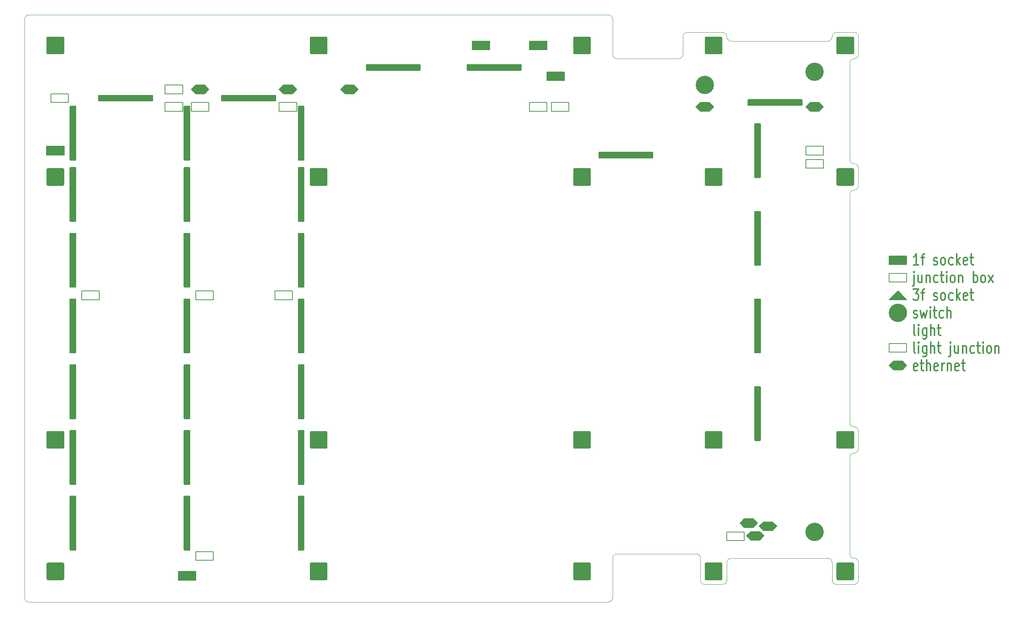
<source format=gbr>
G04 #@! TF.GenerationSoftware,KiCad,Pcbnew,6.0.10+dfsg-1~bpo11+1*
G04 #@! TF.ProjectId,storage,73746f72-6167-4652-9e6b-696361645f70,5.0*
G04 #@! TF.SameCoordinates,Original*
G04 #@! TF.FileFunction,Copper,L6,Bot*
G04 #@! TF.FilePolarity,Positive*
%FSLAX46Y46*%
G04 Gerber Fmt 4.6, Leading zero omitted, Abs format (unit mm)*
%MOMM*%
%LPD*%
G01*
G04 APERTURE LIST*
G04 #@! TA.AperFunction,NonConductor*
%ADD10C,0.150000*%
G04 #@! TD*
G04 #@! TA.AperFunction,NonConductor*
%ADD11C,2.075000*%
G04 #@! TD*
%ADD12C,0.300000*%
G04 #@! TA.AperFunction,NonConductor*
%ADD13C,0.300000*%
G04 #@! TD*
G04 #@! TA.AperFunction,Profile*
%ADD14C,0.120000*%
G04 #@! TD*
G04 APERTURE END LIST*
D10*
X89000000Y-150500000D02*
X93000000Y-150500000D01*
X93000000Y-150500000D02*
X93000000Y-148500000D01*
X93000000Y-148500000D02*
X89000000Y-148500000D01*
X89000000Y-148500000D02*
X89000000Y-150500000D01*
X89000000Y-91000000D02*
X93000000Y-91000000D01*
X93000000Y-91000000D02*
X93000000Y-89000000D01*
X93000000Y-89000000D02*
X89000000Y-89000000D01*
X89000000Y-89000000D02*
X89000000Y-91000000D01*
X108000000Y-48000000D02*
X112000000Y-48000000D01*
X112000000Y-48000000D02*
X112000000Y-46000000D01*
X112000000Y-46000000D02*
X108000000Y-46000000D01*
X108000000Y-46000000D02*
X108000000Y-48000000D01*
X247000000Y-103000000D02*
X251000000Y-103000000D01*
X251000000Y-103000000D02*
X251000000Y-101000000D01*
X251000000Y-101000000D02*
X247000000Y-101000000D01*
X247000000Y-101000000D02*
X247000000Y-103000000D01*
X56000000Y-46000000D02*
X60000000Y-46000000D01*
X60000000Y-46000000D02*
X60000000Y-44000000D01*
X60000000Y-44000000D02*
X56000000Y-44000000D01*
X56000000Y-44000000D02*
X56000000Y-46000000D01*
X152000000Y-32000000D02*
X156000000Y-32000000D01*
X156000000Y-32000000D02*
X156000000Y-34000000D01*
X156000000Y-34000000D02*
X152000000Y-34000000D01*
X152000000Y-34000000D02*
X152000000Y-32000000D01*
G36*
X152000000Y-32000000D02*
G01*
X156000000Y-32000000D01*
X156000000Y-34000000D01*
X152000000Y-34000000D01*
X152000000Y-32000000D01*
G37*
G36*
X112000000Y-43000000D02*
G01*
X111000000Y-44000000D01*
X109000000Y-44000000D01*
X108000000Y-43000000D01*
X109000000Y-42000000D01*
X111000000Y-42000000D01*
X112000000Y-43000000D01*
G37*
X112000000Y-43000000D02*
X111000000Y-44000000D01*
X109000000Y-44000000D01*
X108000000Y-43000000D01*
X109000000Y-42000000D01*
X111000000Y-42000000D01*
X112000000Y-43000000D01*
X170000000Y-48000000D02*
X174000000Y-48000000D01*
X174000000Y-48000000D02*
X174000000Y-46000000D01*
X174000000Y-46000000D02*
X170000000Y-46000000D01*
X170000000Y-46000000D02*
X170000000Y-48000000D01*
X107000000Y-91000000D02*
X111000000Y-91000000D01*
X111000000Y-91000000D02*
X111000000Y-89000000D01*
X111000000Y-89000000D02*
X107000000Y-89000000D01*
X107000000Y-89000000D02*
X107000000Y-91000000D01*
X85000000Y-153000000D02*
X89000000Y-153000000D01*
X89000000Y-153000000D02*
X89000000Y-155000000D01*
X89000000Y-155000000D02*
X85000000Y-155000000D01*
X85000000Y-155000000D02*
X85000000Y-153000000D01*
G36*
X85000000Y-153000000D02*
G01*
X89000000Y-153000000D01*
X89000000Y-155000000D01*
X85000000Y-155000000D01*
X85000000Y-153000000D01*
G37*
X82000000Y-48000000D02*
X86000000Y-48000000D01*
X86000000Y-48000000D02*
X86000000Y-46000000D01*
X86000000Y-46000000D02*
X82000000Y-46000000D01*
X82000000Y-46000000D02*
X82000000Y-48000000D01*
G36*
X251000000Y-106000000D02*
G01*
X250000000Y-107000000D01*
X248000000Y-107000000D01*
X247000000Y-106000000D01*
X248000000Y-105000000D01*
X250000000Y-105000000D01*
X251000000Y-106000000D01*
G37*
X251000000Y-106000000D02*
X250000000Y-107000000D01*
X248000000Y-107000000D01*
X247000000Y-106000000D01*
X248000000Y-105000000D01*
X250000000Y-105000000D01*
X251000000Y-106000000D01*
G36*
X207000000Y-47000000D02*
G01*
X206000000Y-48000000D01*
X204000000Y-48000000D01*
X203000000Y-47000000D01*
X204000000Y-46000000D01*
X206000000Y-46000000D01*
X207000000Y-47000000D01*
G37*
X207000000Y-47000000D02*
X206000000Y-48000000D01*
X204000000Y-48000000D01*
X203000000Y-47000000D01*
X204000000Y-46000000D01*
X206000000Y-46000000D01*
X207000000Y-47000000D01*
X210000000Y-146000000D02*
X214000000Y-146000000D01*
X214000000Y-146000000D02*
X214000000Y-144000000D01*
X214000000Y-144000000D02*
X210000000Y-144000000D01*
X210000000Y-144000000D02*
X210000000Y-146000000D01*
G36*
X126000000Y-43000000D02*
G01*
X125000000Y-44000000D01*
X123000000Y-44000000D01*
X122000000Y-43000000D01*
X123000000Y-42000000D01*
X125000000Y-42000000D01*
X126000000Y-43000000D01*
G37*
X126000000Y-43000000D02*
X125000000Y-44000000D01*
X123000000Y-44000000D01*
X122000000Y-43000000D01*
X123000000Y-42000000D01*
X125000000Y-42000000D01*
X126000000Y-43000000D01*
X169000000Y-39000000D02*
X173000000Y-39000000D01*
X173000000Y-39000000D02*
X173000000Y-41000000D01*
X173000000Y-41000000D02*
X169000000Y-41000000D01*
X169000000Y-41000000D02*
X169000000Y-39000000D01*
G36*
X169000000Y-39000000D02*
G01*
X173000000Y-39000000D01*
X173000000Y-41000000D01*
X169000000Y-41000000D01*
X169000000Y-39000000D01*
G37*
X228000000Y-61000000D02*
X232000000Y-61000000D01*
X232000000Y-61000000D02*
X232000000Y-59000000D01*
X232000000Y-59000000D02*
X228000000Y-59000000D01*
X228000000Y-59000000D02*
X228000000Y-61000000D01*
X63000000Y-91000000D02*
X67000000Y-91000000D01*
X67000000Y-91000000D02*
X67000000Y-89000000D01*
X67000000Y-89000000D02*
X63000000Y-89000000D01*
X63000000Y-89000000D02*
X63000000Y-91000000D01*
G36*
X92000000Y-43000000D02*
G01*
X91000000Y-44000000D01*
X89000000Y-44000000D01*
X88000000Y-43000000D01*
X89000000Y-42000000D01*
X91000000Y-42000000D01*
X92000000Y-43000000D01*
G37*
X92000000Y-43000000D02*
X91000000Y-44000000D01*
X89000000Y-44000000D01*
X88000000Y-43000000D01*
X89000000Y-42000000D01*
X91000000Y-42000000D01*
X92000000Y-43000000D01*
D11*
X250037500Y-94000000D02*
G75*
G03*
X250037500Y-94000000I-1037500J0D01*
G01*
D10*
X228000000Y-58000000D02*
X232000000Y-58000000D01*
X232000000Y-58000000D02*
X232000000Y-56000000D01*
X232000000Y-56000000D02*
X228000000Y-56000000D01*
X228000000Y-56000000D02*
X228000000Y-58000000D01*
G36*
X218500000Y-144900000D02*
G01*
X217500000Y-145900000D01*
X215500000Y-145900000D01*
X214500000Y-144900000D01*
X215500000Y-143900000D01*
X217500000Y-143900000D01*
X218500000Y-144900000D01*
G37*
X218500000Y-144900000D02*
X217500000Y-145900000D01*
X215500000Y-145900000D01*
X214500000Y-144900000D01*
X215500000Y-143900000D01*
X217500000Y-143900000D01*
X218500000Y-144900000D01*
G36*
X232000000Y-47000000D02*
G01*
X231000000Y-48000000D01*
X229000000Y-48000000D01*
X228000000Y-47000000D01*
X229000000Y-46000000D01*
X231000000Y-46000000D01*
X232000000Y-47000000D01*
G37*
X232000000Y-47000000D02*
X231000000Y-48000000D01*
X229000000Y-48000000D01*
X228000000Y-47000000D01*
X229000000Y-46000000D01*
X231000000Y-46000000D01*
X232000000Y-47000000D01*
G36*
X251000000Y-91000000D02*
G01*
X247000000Y-91000000D01*
X249000000Y-89000000D01*
X251000000Y-91000000D01*
G37*
X251000000Y-91000000D02*
X247000000Y-91000000D01*
X249000000Y-89000000D01*
X251000000Y-91000000D01*
X88000000Y-48000000D02*
X92000000Y-48000000D01*
X92000000Y-48000000D02*
X92000000Y-46000000D01*
X92000000Y-46000000D02*
X88000000Y-46000000D01*
X88000000Y-46000000D02*
X88000000Y-48000000D01*
G36*
X221400000Y-142700000D02*
G01*
X220400000Y-143700000D01*
X218400000Y-143700000D01*
X217400000Y-142700000D01*
X218400000Y-141700000D01*
X220400000Y-141700000D01*
X221400000Y-142700000D01*
G37*
X221400000Y-142700000D02*
X220400000Y-143700000D01*
X218400000Y-143700000D01*
X217400000Y-142700000D01*
X218400000Y-141700000D01*
X220400000Y-141700000D01*
X221400000Y-142700000D01*
D11*
X206037500Y-42000000D02*
G75*
G03*
X206037500Y-42000000I-1037500J0D01*
G01*
D10*
X82000000Y-44000000D02*
X86000000Y-44000000D01*
X86000000Y-44000000D02*
X86000000Y-42000000D01*
X86000000Y-42000000D02*
X82000000Y-42000000D01*
X82000000Y-42000000D02*
X82000000Y-44000000D01*
G36*
X217000000Y-142000000D02*
G01*
X216000000Y-143000000D01*
X214000000Y-143000000D01*
X213000000Y-142000000D01*
X214000000Y-141000000D01*
X216000000Y-141000000D01*
X217000000Y-142000000D01*
G37*
X217000000Y-142000000D02*
X216000000Y-143000000D01*
X214000000Y-143000000D01*
X213000000Y-142000000D01*
X214000000Y-141000000D01*
X216000000Y-141000000D01*
X217000000Y-142000000D01*
X247000000Y-81000000D02*
X251000000Y-81000000D01*
X251000000Y-81000000D02*
X251000000Y-83000000D01*
X251000000Y-83000000D02*
X247000000Y-83000000D01*
X247000000Y-83000000D02*
X247000000Y-81000000D01*
G36*
X247000000Y-81000000D02*
G01*
X251000000Y-81000000D01*
X251000000Y-83000000D01*
X247000000Y-83000000D01*
X247000000Y-81000000D01*
G37*
X165000000Y-48000000D02*
X169000000Y-48000000D01*
X169000000Y-48000000D02*
X169000000Y-46000000D01*
X169000000Y-46000000D02*
X165000000Y-46000000D01*
X165000000Y-46000000D02*
X165000000Y-48000000D01*
D11*
X231037500Y-39000000D02*
G75*
G03*
X231037500Y-39000000I-1037500J0D01*
G01*
X231037500Y-144000000D02*
G75*
G03*
X231037500Y-144000000I-1037500J0D01*
G01*
D10*
X55000000Y-56000000D02*
X59000000Y-56000000D01*
X59000000Y-56000000D02*
X59000000Y-58000000D01*
X59000000Y-58000000D02*
X55000000Y-58000000D01*
X55000000Y-58000000D02*
X55000000Y-56000000D01*
G36*
X55000000Y-56000000D02*
G01*
X59000000Y-56000000D01*
X59000000Y-58000000D01*
X55000000Y-58000000D01*
X55000000Y-56000000D01*
G37*
X165000000Y-32000000D02*
X169000000Y-32000000D01*
X169000000Y-32000000D02*
X169000000Y-34000000D01*
X169000000Y-34000000D02*
X165000000Y-34000000D01*
X165000000Y-34000000D02*
X165000000Y-32000000D01*
G36*
X165000000Y-32000000D02*
G01*
X169000000Y-32000000D01*
X169000000Y-34000000D01*
X165000000Y-34000000D01*
X165000000Y-32000000D01*
G37*
X247000000Y-87000000D02*
X251000000Y-87000000D01*
X251000000Y-87000000D02*
X251000000Y-85000000D01*
X251000000Y-85000000D02*
X247000000Y-85000000D01*
X247000000Y-85000000D02*
X247000000Y-87000000D01*
D12*
D13*
X253718809Y-83055952D02*
X252575952Y-83055952D01*
X253147380Y-83055952D02*
X253147380Y-80555952D01*
X252956904Y-80913095D01*
X252766428Y-81151190D01*
X252575952Y-81270238D01*
X254290238Y-81389285D02*
X255052142Y-81389285D01*
X254575952Y-83055952D02*
X254575952Y-80913095D01*
X254671190Y-80675000D01*
X254861666Y-80555952D01*
X255052142Y-80555952D01*
X257147380Y-82936904D02*
X257337857Y-83055952D01*
X257718809Y-83055952D01*
X257909285Y-82936904D01*
X258004523Y-82698809D01*
X258004523Y-82579761D01*
X257909285Y-82341666D01*
X257718809Y-82222619D01*
X257433095Y-82222619D01*
X257242619Y-82103571D01*
X257147380Y-81865476D01*
X257147380Y-81746428D01*
X257242619Y-81508333D01*
X257433095Y-81389285D01*
X257718809Y-81389285D01*
X257909285Y-81508333D01*
X259147380Y-83055952D02*
X258956904Y-82936904D01*
X258861666Y-82817857D01*
X258766428Y-82579761D01*
X258766428Y-81865476D01*
X258861666Y-81627380D01*
X258956904Y-81508333D01*
X259147380Y-81389285D01*
X259433095Y-81389285D01*
X259623571Y-81508333D01*
X259718809Y-81627380D01*
X259814047Y-81865476D01*
X259814047Y-82579761D01*
X259718809Y-82817857D01*
X259623571Y-82936904D01*
X259433095Y-83055952D01*
X259147380Y-83055952D01*
X261528333Y-82936904D02*
X261337857Y-83055952D01*
X260956904Y-83055952D01*
X260766428Y-82936904D01*
X260671190Y-82817857D01*
X260575952Y-82579761D01*
X260575952Y-81865476D01*
X260671190Y-81627380D01*
X260766428Y-81508333D01*
X260956904Y-81389285D01*
X261337857Y-81389285D01*
X261528333Y-81508333D01*
X262385476Y-83055952D02*
X262385476Y-80555952D01*
X262575952Y-82103571D02*
X263147380Y-83055952D01*
X263147380Y-81389285D02*
X262385476Y-82341666D01*
X264766428Y-82936904D02*
X264575952Y-83055952D01*
X264195000Y-83055952D01*
X264004523Y-82936904D01*
X263909285Y-82698809D01*
X263909285Y-81746428D01*
X264004523Y-81508333D01*
X264195000Y-81389285D01*
X264575952Y-81389285D01*
X264766428Y-81508333D01*
X264861666Y-81746428D01*
X264861666Y-81984523D01*
X263909285Y-82222619D01*
X265433095Y-81389285D02*
X266195000Y-81389285D01*
X265718809Y-80555952D02*
X265718809Y-82698809D01*
X265814047Y-82936904D01*
X266004523Y-83055952D01*
X266195000Y-83055952D01*
X252671190Y-85414285D02*
X252671190Y-87557142D01*
X252575952Y-87795238D01*
X252385476Y-87914285D01*
X252290238Y-87914285D01*
X252671190Y-84580952D02*
X252575952Y-84700000D01*
X252671190Y-84819047D01*
X252766428Y-84700000D01*
X252671190Y-84580952D01*
X252671190Y-84819047D01*
X254480714Y-85414285D02*
X254480714Y-87080952D01*
X253623571Y-85414285D02*
X253623571Y-86723809D01*
X253718809Y-86961904D01*
X253909285Y-87080952D01*
X254195000Y-87080952D01*
X254385476Y-86961904D01*
X254480714Y-86842857D01*
X255433095Y-85414285D02*
X255433095Y-87080952D01*
X255433095Y-85652380D02*
X255528333Y-85533333D01*
X255718809Y-85414285D01*
X256004523Y-85414285D01*
X256195000Y-85533333D01*
X256290238Y-85771428D01*
X256290238Y-87080952D01*
X258099761Y-86961904D02*
X257909285Y-87080952D01*
X257528333Y-87080952D01*
X257337857Y-86961904D01*
X257242619Y-86842857D01*
X257147380Y-86604761D01*
X257147380Y-85890476D01*
X257242619Y-85652380D01*
X257337857Y-85533333D01*
X257528333Y-85414285D01*
X257909285Y-85414285D01*
X258099761Y-85533333D01*
X258671190Y-85414285D02*
X259433095Y-85414285D01*
X258956904Y-84580952D02*
X258956904Y-86723809D01*
X259052142Y-86961904D01*
X259242619Y-87080952D01*
X259433095Y-87080952D01*
X260099761Y-87080952D02*
X260099761Y-85414285D01*
X260099761Y-84580952D02*
X260004523Y-84700000D01*
X260099761Y-84819047D01*
X260195000Y-84700000D01*
X260099761Y-84580952D01*
X260099761Y-84819047D01*
X261337857Y-87080952D02*
X261147380Y-86961904D01*
X261052142Y-86842857D01*
X260956904Y-86604761D01*
X260956904Y-85890476D01*
X261052142Y-85652380D01*
X261147380Y-85533333D01*
X261337857Y-85414285D01*
X261623571Y-85414285D01*
X261814047Y-85533333D01*
X261909285Y-85652380D01*
X262004523Y-85890476D01*
X262004523Y-86604761D01*
X261909285Y-86842857D01*
X261814047Y-86961904D01*
X261623571Y-87080952D01*
X261337857Y-87080952D01*
X262861666Y-85414285D02*
X262861666Y-87080952D01*
X262861666Y-85652380D02*
X262956904Y-85533333D01*
X263147380Y-85414285D01*
X263433095Y-85414285D01*
X263623571Y-85533333D01*
X263718809Y-85771428D01*
X263718809Y-87080952D01*
X266195000Y-87080952D02*
X266195000Y-84580952D01*
X266195000Y-85533333D02*
X266385476Y-85414285D01*
X266766428Y-85414285D01*
X266956904Y-85533333D01*
X267052142Y-85652380D01*
X267147380Y-85890476D01*
X267147380Y-86604761D01*
X267052142Y-86842857D01*
X266956904Y-86961904D01*
X266766428Y-87080952D01*
X266385476Y-87080952D01*
X266195000Y-86961904D01*
X268290238Y-87080952D02*
X268099761Y-86961904D01*
X268004523Y-86842857D01*
X267909285Y-86604761D01*
X267909285Y-85890476D01*
X268004523Y-85652380D01*
X268099761Y-85533333D01*
X268290238Y-85414285D01*
X268575952Y-85414285D01*
X268766428Y-85533333D01*
X268861666Y-85652380D01*
X268956904Y-85890476D01*
X268956904Y-86604761D01*
X268861666Y-86842857D01*
X268766428Y-86961904D01*
X268575952Y-87080952D01*
X268290238Y-87080952D01*
X269623571Y-87080952D02*
X270671190Y-85414285D01*
X269623571Y-85414285D02*
X270671190Y-87080952D01*
X252480714Y-88605952D02*
X253718809Y-88605952D01*
X253052142Y-89558333D01*
X253337857Y-89558333D01*
X253528333Y-89677380D01*
X253623571Y-89796428D01*
X253718809Y-90034523D01*
X253718809Y-90629761D01*
X253623571Y-90867857D01*
X253528333Y-90986904D01*
X253337857Y-91105952D01*
X252766428Y-91105952D01*
X252575952Y-90986904D01*
X252480714Y-90867857D01*
X254290238Y-89439285D02*
X255052142Y-89439285D01*
X254575952Y-91105952D02*
X254575952Y-88963095D01*
X254671190Y-88725000D01*
X254861666Y-88605952D01*
X255052142Y-88605952D01*
X257147380Y-90986904D02*
X257337857Y-91105952D01*
X257718809Y-91105952D01*
X257909285Y-90986904D01*
X258004523Y-90748809D01*
X258004523Y-90629761D01*
X257909285Y-90391666D01*
X257718809Y-90272619D01*
X257433095Y-90272619D01*
X257242619Y-90153571D01*
X257147380Y-89915476D01*
X257147380Y-89796428D01*
X257242619Y-89558333D01*
X257433095Y-89439285D01*
X257718809Y-89439285D01*
X257909285Y-89558333D01*
X259147380Y-91105952D02*
X258956904Y-90986904D01*
X258861666Y-90867857D01*
X258766428Y-90629761D01*
X258766428Y-89915476D01*
X258861666Y-89677380D01*
X258956904Y-89558333D01*
X259147380Y-89439285D01*
X259433095Y-89439285D01*
X259623571Y-89558333D01*
X259718809Y-89677380D01*
X259814047Y-89915476D01*
X259814047Y-90629761D01*
X259718809Y-90867857D01*
X259623571Y-90986904D01*
X259433095Y-91105952D01*
X259147380Y-91105952D01*
X261528333Y-90986904D02*
X261337857Y-91105952D01*
X260956904Y-91105952D01*
X260766428Y-90986904D01*
X260671190Y-90867857D01*
X260575952Y-90629761D01*
X260575952Y-89915476D01*
X260671190Y-89677380D01*
X260766428Y-89558333D01*
X260956904Y-89439285D01*
X261337857Y-89439285D01*
X261528333Y-89558333D01*
X262385476Y-91105952D02*
X262385476Y-88605952D01*
X262575952Y-90153571D02*
X263147380Y-91105952D01*
X263147380Y-89439285D02*
X262385476Y-90391666D01*
X264766428Y-90986904D02*
X264575952Y-91105952D01*
X264195000Y-91105952D01*
X264004523Y-90986904D01*
X263909285Y-90748809D01*
X263909285Y-89796428D01*
X264004523Y-89558333D01*
X264195000Y-89439285D01*
X264575952Y-89439285D01*
X264766428Y-89558333D01*
X264861666Y-89796428D01*
X264861666Y-90034523D01*
X263909285Y-90272619D01*
X265433095Y-89439285D02*
X266195000Y-89439285D01*
X265718809Y-88605952D02*
X265718809Y-90748809D01*
X265814047Y-90986904D01*
X266004523Y-91105952D01*
X266195000Y-91105952D01*
X252575952Y-95011904D02*
X252766428Y-95130952D01*
X253147380Y-95130952D01*
X253337857Y-95011904D01*
X253433095Y-94773809D01*
X253433095Y-94654761D01*
X253337857Y-94416666D01*
X253147380Y-94297619D01*
X252861666Y-94297619D01*
X252671190Y-94178571D01*
X252575952Y-93940476D01*
X252575952Y-93821428D01*
X252671190Y-93583333D01*
X252861666Y-93464285D01*
X253147380Y-93464285D01*
X253337857Y-93583333D01*
X254099761Y-93464285D02*
X254480714Y-95130952D01*
X254861666Y-93940476D01*
X255242619Y-95130952D01*
X255623571Y-93464285D01*
X256385476Y-95130952D02*
X256385476Y-93464285D01*
X256385476Y-92630952D02*
X256290238Y-92750000D01*
X256385476Y-92869047D01*
X256480714Y-92750000D01*
X256385476Y-92630952D01*
X256385476Y-92869047D01*
X257052142Y-93464285D02*
X257814047Y-93464285D01*
X257337857Y-92630952D02*
X257337857Y-94773809D01*
X257433095Y-95011904D01*
X257623571Y-95130952D01*
X257814047Y-95130952D01*
X259337857Y-95011904D02*
X259147380Y-95130952D01*
X258766428Y-95130952D01*
X258575952Y-95011904D01*
X258480714Y-94892857D01*
X258385476Y-94654761D01*
X258385476Y-93940476D01*
X258480714Y-93702380D01*
X258575952Y-93583333D01*
X258766428Y-93464285D01*
X259147380Y-93464285D01*
X259337857Y-93583333D01*
X260195000Y-95130952D02*
X260195000Y-92630952D01*
X261052142Y-95130952D02*
X261052142Y-93821428D01*
X260956904Y-93583333D01*
X260766428Y-93464285D01*
X260480714Y-93464285D01*
X260290238Y-93583333D01*
X260195000Y-93702380D01*
X252956904Y-99155952D02*
X252766428Y-99036904D01*
X252671190Y-98798809D01*
X252671190Y-96655952D01*
X253718809Y-99155952D02*
X253718809Y-97489285D01*
X253718809Y-96655952D02*
X253623571Y-96775000D01*
X253718809Y-96894047D01*
X253814047Y-96775000D01*
X253718809Y-96655952D01*
X253718809Y-96894047D01*
X255528333Y-97489285D02*
X255528333Y-99513095D01*
X255433095Y-99751190D01*
X255337857Y-99870238D01*
X255147380Y-99989285D01*
X254861666Y-99989285D01*
X254671190Y-99870238D01*
X255528333Y-99036904D02*
X255337857Y-99155952D01*
X254956904Y-99155952D01*
X254766428Y-99036904D01*
X254671190Y-98917857D01*
X254575952Y-98679761D01*
X254575952Y-97965476D01*
X254671190Y-97727380D01*
X254766428Y-97608333D01*
X254956904Y-97489285D01*
X255337857Y-97489285D01*
X255528333Y-97608333D01*
X256480714Y-99155952D02*
X256480714Y-96655952D01*
X257337857Y-99155952D02*
X257337857Y-97846428D01*
X257242619Y-97608333D01*
X257052142Y-97489285D01*
X256766428Y-97489285D01*
X256575952Y-97608333D01*
X256480714Y-97727380D01*
X258004523Y-97489285D02*
X258766428Y-97489285D01*
X258290238Y-96655952D02*
X258290238Y-98798809D01*
X258385476Y-99036904D01*
X258575952Y-99155952D01*
X258766428Y-99155952D01*
X252956904Y-103180952D02*
X252766428Y-103061904D01*
X252671190Y-102823809D01*
X252671190Y-100680952D01*
X253718809Y-103180952D02*
X253718809Y-101514285D01*
X253718809Y-100680952D02*
X253623571Y-100800000D01*
X253718809Y-100919047D01*
X253814047Y-100800000D01*
X253718809Y-100680952D01*
X253718809Y-100919047D01*
X255528333Y-101514285D02*
X255528333Y-103538095D01*
X255433095Y-103776190D01*
X255337857Y-103895238D01*
X255147380Y-104014285D01*
X254861666Y-104014285D01*
X254671190Y-103895238D01*
X255528333Y-103061904D02*
X255337857Y-103180952D01*
X254956904Y-103180952D01*
X254766428Y-103061904D01*
X254671190Y-102942857D01*
X254575952Y-102704761D01*
X254575952Y-101990476D01*
X254671190Y-101752380D01*
X254766428Y-101633333D01*
X254956904Y-101514285D01*
X255337857Y-101514285D01*
X255528333Y-101633333D01*
X256480714Y-103180952D02*
X256480714Y-100680952D01*
X257337857Y-103180952D02*
X257337857Y-101871428D01*
X257242619Y-101633333D01*
X257052142Y-101514285D01*
X256766428Y-101514285D01*
X256575952Y-101633333D01*
X256480714Y-101752380D01*
X258004523Y-101514285D02*
X258766428Y-101514285D01*
X258290238Y-100680952D02*
X258290238Y-102823809D01*
X258385476Y-103061904D01*
X258575952Y-103180952D01*
X258766428Y-103180952D01*
X260956904Y-101514285D02*
X260956904Y-103657142D01*
X260861666Y-103895238D01*
X260671190Y-104014285D01*
X260575952Y-104014285D01*
X260956904Y-100680952D02*
X260861666Y-100800000D01*
X260956904Y-100919047D01*
X261052142Y-100800000D01*
X260956904Y-100680952D01*
X260956904Y-100919047D01*
X262766428Y-101514285D02*
X262766428Y-103180952D01*
X261909285Y-101514285D02*
X261909285Y-102823809D01*
X262004523Y-103061904D01*
X262195000Y-103180952D01*
X262480714Y-103180952D01*
X262671190Y-103061904D01*
X262766428Y-102942857D01*
X263718809Y-101514285D02*
X263718809Y-103180952D01*
X263718809Y-101752380D02*
X263814047Y-101633333D01*
X264004523Y-101514285D01*
X264290238Y-101514285D01*
X264480714Y-101633333D01*
X264575952Y-101871428D01*
X264575952Y-103180952D01*
X266385476Y-103061904D02*
X266195000Y-103180952D01*
X265814047Y-103180952D01*
X265623571Y-103061904D01*
X265528333Y-102942857D01*
X265433095Y-102704761D01*
X265433095Y-101990476D01*
X265528333Y-101752380D01*
X265623571Y-101633333D01*
X265814047Y-101514285D01*
X266195000Y-101514285D01*
X266385476Y-101633333D01*
X266956904Y-101514285D02*
X267718809Y-101514285D01*
X267242619Y-100680952D02*
X267242619Y-102823809D01*
X267337857Y-103061904D01*
X267528333Y-103180952D01*
X267718809Y-103180952D01*
X268385476Y-103180952D02*
X268385476Y-101514285D01*
X268385476Y-100680952D02*
X268290238Y-100800000D01*
X268385476Y-100919047D01*
X268480714Y-100800000D01*
X268385476Y-100680952D01*
X268385476Y-100919047D01*
X269623571Y-103180952D02*
X269433095Y-103061904D01*
X269337857Y-102942857D01*
X269242619Y-102704761D01*
X269242619Y-101990476D01*
X269337857Y-101752380D01*
X269433095Y-101633333D01*
X269623571Y-101514285D01*
X269909285Y-101514285D01*
X270099761Y-101633333D01*
X270195000Y-101752380D01*
X270290238Y-101990476D01*
X270290238Y-102704761D01*
X270195000Y-102942857D01*
X270099761Y-103061904D01*
X269909285Y-103180952D01*
X269623571Y-103180952D01*
X271147380Y-101514285D02*
X271147380Y-103180952D01*
X271147380Y-101752380D02*
X271242619Y-101633333D01*
X271433095Y-101514285D01*
X271718809Y-101514285D01*
X271909285Y-101633333D01*
X272004523Y-101871428D01*
X272004523Y-103180952D01*
X253433095Y-107086904D02*
X253242619Y-107205952D01*
X252861666Y-107205952D01*
X252671190Y-107086904D01*
X252575952Y-106848809D01*
X252575952Y-105896428D01*
X252671190Y-105658333D01*
X252861666Y-105539285D01*
X253242619Y-105539285D01*
X253433095Y-105658333D01*
X253528333Y-105896428D01*
X253528333Y-106134523D01*
X252575952Y-106372619D01*
X254099761Y-105539285D02*
X254861666Y-105539285D01*
X254385476Y-104705952D02*
X254385476Y-106848809D01*
X254480714Y-107086904D01*
X254671190Y-107205952D01*
X254861666Y-107205952D01*
X255528333Y-107205952D02*
X255528333Y-104705952D01*
X256385476Y-107205952D02*
X256385476Y-105896428D01*
X256290238Y-105658333D01*
X256099761Y-105539285D01*
X255814047Y-105539285D01*
X255623571Y-105658333D01*
X255528333Y-105777380D01*
X258099761Y-107086904D02*
X257909285Y-107205952D01*
X257528333Y-107205952D01*
X257337857Y-107086904D01*
X257242619Y-106848809D01*
X257242619Y-105896428D01*
X257337857Y-105658333D01*
X257528333Y-105539285D01*
X257909285Y-105539285D01*
X258099761Y-105658333D01*
X258195000Y-105896428D01*
X258195000Y-106134523D01*
X257242619Y-106372619D01*
X259052142Y-107205952D02*
X259052142Y-105539285D01*
X259052142Y-106015476D02*
X259147380Y-105777380D01*
X259242619Y-105658333D01*
X259433095Y-105539285D01*
X259623571Y-105539285D01*
X260290238Y-105539285D02*
X260290238Y-107205952D01*
X260290238Y-105777380D02*
X260385476Y-105658333D01*
X260575952Y-105539285D01*
X260861666Y-105539285D01*
X261052142Y-105658333D01*
X261147380Y-105896428D01*
X261147380Y-107205952D01*
X262861666Y-107086904D02*
X262671190Y-107205952D01*
X262290238Y-107205952D01*
X262099761Y-107086904D01*
X262004523Y-106848809D01*
X262004523Y-105896428D01*
X262099761Y-105658333D01*
X262290238Y-105539285D01*
X262671190Y-105539285D01*
X262861666Y-105658333D01*
X262956904Y-105896428D01*
X262956904Y-106134523D01*
X262004523Y-106372619D01*
X263528333Y-105539285D02*
X264290238Y-105539285D01*
X263814047Y-104705952D02*
X263814047Y-106848809D01*
X263909285Y-107086904D01*
X264099761Y-107205952D01*
X264290238Y-107205952D01*
D14*
X203000000Y-149000000D02*
X185000000Y-149000000D01*
X240000000Y-151000000D02*
X240000000Y-155000000D01*
X210000000Y-151000000D02*
X210000000Y-155000000D01*
X209000000Y-156000000D02*
X205000000Y-156000000D01*
X240000000Y-121000000D02*
X240000000Y-125000000D01*
X201000000Y-30000000D02*
X209000000Y-30000000D01*
X185000000Y-36000000D02*
X199000000Y-36000000D01*
X233000000Y-150000000D02*
X211000000Y-150000000D01*
X240000000Y-31000000D02*
X240000000Y-35000000D01*
X239000000Y-156000000D02*
X235000000Y-156000000D01*
X238000000Y-67000000D02*
X238000000Y-119000000D01*
X184000000Y-150000000D02*
X184000000Y-159000000D01*
X200000000Y-35000000D02*
X200000000Y-31000000D01*
X183000000Y-160000000D02*
X51000000Y-160000000D01*
X234000000Y-155000000D02*
X234000000Y-151000000D01*
X204000000Y-155000000D02*
X204000000Y-150000000D01*
X51000000Y-26000000D02*
X183000000Y-26000000D01*
X184000000Y-27000000D02*
X184000000Y-35000000D01*
X235000000Y-30000000D02*
X239000000Y-30000000D01*
X211000000Y-32000000D02*
X233000000Y-32000000D01*
X238000000Y-127000000D02*
X238000000Y-149000000D01*
X238000000Y-37000000D02*
X238000000Y-59000000D01*
X240000000Y-61000000D02*
X240000000Y-65000000D01*
X50000000Y-159000000D02*
X50000000Y-27000000D01*
X239000000Y-36000000D02*
G75*
G03*
X240000000Y-35000000I0J1000000D01*
G01*
X211000000Y-150000000D02*
G75*
G03*
X210000000Y-151000000I0J-1000000D01*
G01*
X204000000Y-155000000D02*
G75*
G03*
X205000000Y-156000000I1000000J0D01*
G01*
X184000000Y-27000000D02*
G75*
G03*
X183000000Y-26000000I-1000000J0D01*
G01*
X240000000Y-121000000D02*
G75*
G03*
X239000000Y-120000000I-1000000J0D01*
G01*
X238000000Y-59000000D02*
G75*
G03*
X239000000Y-60000000I1000000J0D01*
G01*
X239000000Y-36000000D02*
G75*
G03*
X238000000Y-37000000I0J-1000000D01*
G01*
X239000000Y-126000000D02*
G75*
G03*
X240000000Y-125000000I0J1000000D01*
G01*
X240000000Y-61000000D02*
G75*
G03*
X239000000Y-60000000I-1000000J0D01*
G01*
X199000000Y-36000000D02*
G75*
G03*
X200000000Y-35000000I0J1000000D01*
G01*
X233000000Y-32000000D02*
G75*
G03*
X234000000Y-31000000I0J1000000D01*
G01*
X210000000Y-31000000D02*
G75*
G03*
X209000000Y-30000000I-1000000J0D01*
G01*
X210000000Y-31000000D02*
G75*
G03*
X211000000Y-32000000I1000000J0D01*
G01*
X185000000Y-149000000D02*
G75*
G03*
X184000000Y-150000000I0J-1000000D01*
G01*
X238000000Y-149000000D02*
G75*
G03*
X239000000Y-150000000I1000000J0D01*
G01*
X201000000Y-30000000D02*
G75*
G03*
X200000000Y-31000000I0J-1000000D01*
G01*
X234000000Y-155000000D02*
G75*
G03*
X235000000Y-156000000I1000000J0D01*
G01*
X239000000Y-156000000D02*
G75*
G03*
X240000000Y-155000000I0J1000000D01*
G01*
X238000000Y-119000000D02*
G75*
G03*
X239000000Y-120000000I1000000J0D01*
G01*
X239000000Y-126000000D02*
G75*
G03*
X238000000Y-127000000I0J-1000000D01*
G01*
X240000000Y-31000000D02*
G75*
G03*
X239000000Y-30000000I-1000000J0D01*
G01*
X204000000Y-150000000D02*
G75*
G03*
X203000000Y-149000000I-1000000J0D01*
G01*
X50000000Y-159000000D02*
G75*
G03*
X51000000Y-160000000I999999J-1D01*
G01*
X234000000Y-151000000D02*
G75*
G03*
X233000000Y-150000000I-1000000J0D01*
G01*
X209000000Y-156000000D02*
G75*
G03*
X210000000Y-155000000I0J1000000D01*
G01*
X51000000Y-26000000D02*
G75*
G03*
X50000000Y-27000000I-1J-999999D01*
G01*
X239000000Y-66000000D02*
G75*
G03*
X240000000Y-65000000I0J1000000D01*
G01*
X184000000Y-35000000D02*
G75*
G03*
X185000000Y-36000000I1000000J0D01*
G01*
X235000000Y-30000000D02*
G75*
G03*
X234000000Y-31000000I0J-1000000D01*
G01*
X239000000Y-66000000D02*
G75*
G03*
X238000000Y-67000000I0J-1000000D01*
G01*
X183000000Y-160000000D02*
G75*
G03*
X184000000Y-159000000I0J1000000D01*
G01*
X240000000Y-151000000D02*
G75*
G03*
X239000000Y-150000000I-1000000J0D01*
G01*
G04 #@! TA.AperFunction,ComponentPad*
G36*
G01*
X235000000Y-64800000D02*
X235000000Y-61200000D01*
G75*
G02*
X235200000Y-61000000I200000J0D01*
G01*
X238800000Y-61000000D01*
G75*
G02*
X239000000Y-61200000I0J-200000D01*
G01*
X239000000Y-64800000D01*
G75*
G02*
X238800000Y-65000000I-200000J0D01*
G01*
X235200000Y-65000000D01*
G75*
G02*
X235000000Y-64800000I0J200000D01*
G01*
G37*
G04 #@! TD.AperFunction*
G04 #@! TA.AperFunction,ComponentPad*
G36*
G01*
X205000000Y-34800000D02*
X205000000Y-31200000D01*
G75*
G02*
X205200000Y-31000000I200000J0D01*
G01*
X208800000Y-31000000D01*
G75*
G02*
X209000000Y-31200000I0J-200000D01*
G01*
X209000000Y-34800000D01*
G75*
G02*
X208800000Y-35000000I-200000J0D01*
G01*
X205200000Y-35000000D01*
G75*
G02*
X205000000Y-34800000I0J200000D01*
G01*
G37*
G04 #@! TD.AperFunction*
G04 #@! TA.AperFunction,ComponentPad*
G36*
G01*
X55000000Y-154800000D02*
X55000000Y-151200000D01*
G75*
G02*
X55200000Y-151000000I200000J0D01*
G01*
X58800000Y-151000000D01*
G75*
G02*
X59000000Y-151200000I0J-200000D01*
G01*
X59000000Y-154800000D01*
G75*
G02*
X58800000Y-155000000I-200000J0D01*
G01*
X55200000Y-155000000D01*
G75*
G02*
X55000000Y-154800000I0J200000D01*
G01*
G37*
G04 #@! TD.AperFunction*
G04 #@! TA.AperFunction,ComponentPad*
G36*
G01*
X205000000Y-124800000D02*
X205000000Y-121200000D01*
G75*
G02*
X205200000Y-121000000I200000J0D01*
G01*
X208800000Y-121000000D01*
G75*
G02*
X209000000Y-121200000I0J-200000D01*
G01*
X209000000Y-124800000D01*
G75*
G02*
X208800000Y-125000000I-200000J0D01*
G01*
X205200000Y-125000000D01*
G75*
G02*
X205000000Y-124800000I0J200000D01*
G01*
G37*
G04 #@! TD.AperFunction*
G04 #@! TA.AperFunction,ComponentPad*
G36*
G01*
X235000000Y-154800000D02*
X235000000Y-151200000D01*
G75*
G02*
X235200000Y-151000000I200000J0D01*
G01*
X238800000Y-151000000D01*
G75*
G02*
X239000000Y-151200000I0J-200000D01*
G01*
X239000000Y-154800000D01*
G75*
G02*
X238800000Y-155000000I-200000J0D01*
G01*
X235200000Y-155000000D01*
G75*
G02*
X235000000Y-154800000I0J200000D01*
G01*
G37*
G04 #@! TD.AperFunction*
G04 #@! TA.AperFunction,ComponentPad*
G36*
G01*
X55000000Y-64800000D02*
X55000000Y-61200000D01*
G75*
G02*
X55200000Y-61000000I200000J0D01*
G01*
X58800000Y-61000000D01*
G75*
G02*
X59000000Y-61200000I0J-200000D01*
G01*
X59000000Y-64800000D01*
G75*
G02*
X58800000Y-65000000I-200000J0D01*
G01*
X55200000Y-65000000D01*
G75*
G02*
X55000000Y-64800000I0J200000D01*
G01*
G37*
G04 #@! TD.AperFunction*
G04 #@! TA.AperFunction,ComponentPad*
G36*
G01*
X115000000Y-154800000D02*
X115000000Y-151200000D01*
G75*
G02*
X115200000Y-151000000I200000J0D01*
G01*
X118800000Y-151000000D01*
G75*
G02*
X119000000Y-151200000I0J-200000D01*
G01*
X119000000Y-154800000D01*
G75*
G02*
X118800000Y-155000000I-200000J0D01*
G01*
X115200000Y-155000000D01*
G75*
G02*
X115000000Y-154800000I0J200000D01*
G01*
G37*
G04 #@! TD.AperFunction*
G04 #@! TA.AperFunction,ComponentPad*
G36*
G01*
X205000000Y-154800000D02*
X205000000Y-151200000D01*
G75*
G02*
X205200000Y-151000000I200000J0D01*
G01*
X208800000Y-151000000D01*
G75*
G02*
X209000000Y-151200000I0J-200000D01*
G01*
X209000000Y-154800000D01*
G75*
G02*
X208800000Y-155000000I-200000J0D01*
G01*
X205200000Y-155000000D01*
G75*
G02*
X205000000Y-154800000I0J200000D01*
G01*
G37*
G04 #@! TD.AperFunction*
G04 #@! TA.AperFunction,ComponentPad*
G36*
G01*
X175000000Y-154800000D02*
X175000000Y-151200000D01*
G75*
G02*
X175200000Y-151000000I200000J0D01*
G01*
X178800000Y-151000000D01*
G75*
G02*
X179000000Y-151200000I0J-200000D01*
G01*
X179000000Y-154800000D01*
G75*
G02*
X178800000Y-155000000I-200000J0D01*
G01*
X175200000Y-155000000D01*
G75*
G02*
X175000000Y-154800000I0J200000D01*
G01*
G37*
G04 #@! TD.AperFunction*
G04 #@! TA.AperFunction,ComponentPad*
G36*
G01*
X235000000Y-34800000D02*
X235000000Y-31200000D01*
G75*
G02*
X235200000Y-31000000I200000J0D01*
G01*
X238800000Y-31000000D01*
G75*
G02*
X239000000Y-31200000I0J-200000D01*
G01*
X239000000Y-34800000D01*
G75*
G02*
X238800000Y-35000000I-200000J0D01*
G01*
X235200000Y-35000000D01*
G75*
G02*
X235000000Y-34800000I0J200000D01*
G01*
G37*
G04 #@! TD.AperFunction*
G04 #@! TA.AperFunction,ComponentPad*
G36*
G01*
X55000000Y-124800000D02*
X55000000Y-121200000D01*
G75*
G02*
X55200000Y-121000000I200000J0D01*
G01*
X58800000Y-121000000D01*
G75*
G02*
X59000000Y-121200000I0J-200000D01*
G01*
X59000000Y-124800000D01*
G75*
G02*
X58800000Y-125000000I-200000J0D01*
G01*
X55200000Y-125000000D01*
G75*
G02*
X55000000Y-124800000I0J200000D01*
G01*
G37*
G04 #@! TD.AperFunction*
G04 #@! TA.AperFunction,ComponentPad*
G36*
G01*
X115000000Y-34800000D02*
X115000000Y-31200000D01*
G75*
G02*
X115200000Y-31000000I200000J0D01*
G01*
X118800000Y-31000000D01*
G75*
G02*
X119000000Y-31200000I0J-200000D01*
G01*
X119000000Y-34800000D01*
G75*
G02*
X118800000Y-35000000I-200000J0D01*
G01*
X115200000Y-35000000D01*
G75*
G02*
X115000000Y-34800000I0J200000D01*
G01*
G37*
G04 #@! TD.AperFunction*
G04 #@! TA.AperFunction,ComponentPad*
G36*
G01*
X205000000Y-64800000D02*
X205000000Y-61200000D01*
G75*
G02*
X205200000Y-61000000I200000J0D01*
G01*
X208800000Y-61000000D01*
G75*
G02*
X209000000Y-61200000I0J-200000D01*
G01*
X209000000Y-64800000D01*
G75*
G02*
X208800000Y-65000000I-200000J0D01*
G01*
X205200000Y-65000000D01*
G75*
G02*
X205000000Y-64800000I0J200000D01*
G01*
G37*
G04 #@! TD.AperFunction*
G04 #@! TA.AperFunction,ComponentPad*
G36*
G01*
X175000000Y-124800000D02*
X175000000Y-121200000D01*
G75*
G02*
X175200000Y-121000000I200000J0D01*
G01*
X178800000Y-121000000D01*
G75*
G02*
X179000000Y-121200000I0J-200000D01*
G01*
X179000000Y-124800000D01*
G75*
G02*
X178800000Y-125000000I-200000J0D01*
G01*
X175200000Y-125000000D01*
G75*
G02*
X175000000Y-124800000I0J200000D01*
G01*
G37*
G04 #@! TD.AperFunction*
G04 #@! TA.AperFunction,ComponentPad*
G36*
G01*
X175000000Y-34800000D02*
X175000000Y-31200000D01*
G75*
G02*
X175200000Y-31000000I200000J0D01*
G01*
X178800000Y-31000000D01*
G75*
G02*
X179000000Y-31200000I0J-200000D01*
G01*
X179000000Y-34800000D01*
G75*
G02*
X178800000Y-35000000I-200000J0D01*
G01*
X175200000Y-35000000D01*
G75*
G02*
X175000000Y-34800000I0J200000D01*
G01*
G37*
G04 #@! TD.AperFunction*
G04 #@! TA.AperFunction,ComponentPad*
G36*
G01*
X235000000Y-124800000D02*
X235000000Y-121200000D01*
G75*
G02*
X235200000Y-121000000I200000J0D01*
G01*
X238800000Y-121000000D01*
G75*
G02*
X239000000Y-121200000I0J-200000D01*
G01*
X239000000Y-124800000D01*
G75*
G02*
X238800000Y-125000000I-200000J0D01*
G01*
X235200000Y-125000000D01*
G75*
G02*
X235000000Y-124800000I0J200000D01*
G01*
G37*
G04 #@! TD.AperFunction*
G04 #@! TA.AperFunction,ComponentPad*
G36*
G01*
X115000000Y-64800000D02*
X115000000Y-61200000D01*
G75*
G02*
X115200000Y-61000000I200000J0D01*
G01*
X118800000Y-61000000D01*
G75*
G02*
X119000000Y-61200000I0J-200000D01*
G01*
X119000000Y-64800000D01*
G75*
G02*
X118800000Y-65000000I-200000J0D01*
G01*
X115200000Y-65000000D01*
G75*
G02*
X115000000Y-64800000I0J200000D01*
G01*
G37*
G04 #@! TD.AperFunction*
G04 #@! TA.AperFunction,ComponentPad*
G36*
G01*
X115000000Y-124800000D02*
X115000000Y-121200000D01*
G75*
G02*
X115200000Y-121000000I200000J0D01*
G01*
X118800000Y-121000000D01*
G75*
G02*
X119000000Y-121200000I0J-200000D01*
G01*
X119000000Y-124800000D01*
G75*
G02*
X118800000Y-125000000I-200000J0D01*
G01*
X115200000Y-125000000D01*
G75*
G02*
X115000000Y-124800000I0J200000D01*
G01*
G37*
G04 #@! TD.AperFunction*
G04 #@! TA.AperFunction,ComponentPad*
G36*
G01*
X55000000Y-34800000D02*
X55000000Y-31200000D01*
G75*
G02*
X55200000Y-31000000I200000J0D01*
G01*
X58800000Y-31000000D01*
G75*
G02*
X59000000Y-31200000I0J-200000D01*
G01*
X59000000Y-34800000D01*
G75*
G02*
X58800000Y-35000000I-200000J0D01*
G01*
X55200000Y-35000000D01*
G75*
G02*
X55000000Y-34800000I0J200000D01*
G01*
G37*
G04 #@! TD.AperFunction*
G04 #@! TA.AperFunction,ComponentPad*
G36*
G01*
X175000000Y-64800000D02*
X175000000Y-61200000D01*
G75*
G02*
X175200000Y-61000000I200000J0D01*
G01*
X178800000Y-61000000D01*
G75*
G02*
X179000000Y-61200000I0J-200000D01*
G01*
X179000000Y-64800000D01*
G75*
G02*
X178800000Y-65000000I-200000J0D01*
G01*
X175200000Y-65000000D01*
G75*
G02*
X175000000Y-64800000I0J200000D01*
G01*
G37*
G04 #@! TD.AperFunction*
G04 #@! TA.AperFunction,SMDPad,CuDef*
G36*
G01*
X79250000Y-44400000D02*
X79250000Y-45600000D01*
G75*
G02*
X79100000Y-45750000I-150000J0D01*
G01*
X66900000Y-45750000D01*
G75*
G02*
X66750000Y-45600000I0J150000D01*
G01*
X66750000Y-44400000D01*
G75*
G02*
X66900000Y-44250000I150000J0D01*
G01*
X79100000Y-44250000D01*
G75*
G02*
X79250000Y-44400000I0J-150000D01*
G01*
G37*
G04 #@! TD.AperFunction*
G04 #@! TA.AperFunction,SMDPad,CuDef*
G36*
G01*
X107250000Y-44400000D02*
X107250000Y-45600000D01*
G75*
G02*
X107100000Y-45750000I-150000J0D01*
G01*
X94900000Y-45750000D01*
G75*
G02*
X94750000Y-45600000I0J150000D01*
G01*
X94750000Y-44400000D01*
G75*
G02*
X94900000Y-44250000I150000J0D01*
G01*
X107100000Y-44250000D01*
G75*
G02*
X107250000Y-44400000I0J-150000D01*
G01*
G37*
G04 #@! TD.AperFunction*
G04 #@! TA.AperFunction,SMDPad,CuDef*
G36*
G01*
X61600000Y-133250000D02*
X60400000Y-133250000D01*
G75*
G02*
X60250000Y-133100000I0J150000D01*
G01*
X60250000Y-120900000D01*
G75*
G02*
X60400000Y-120750000I150000J0D01*
G01*
X61600000Y-120750000D01*
G75*
G02*
X61750000Y-120900000I0J-150000D01*
G01*
X61750000Y-133100000D01*
G75*
G02*
X61600000Y-133250000I-150000J0D01*
G01*
G37*
G04 #@! TD.AperFunction*
G04 #@! TA.AperFunction,SMDPad,CuDef*
G36*
G01*
X112400000Y-135750000D02*
X113600000Y-135750000D01*
G75*
G02*
X113750000Y-135900000I0J-150000D01*
G01*
X113750000Y-148100000D01*
G75*
G02*
X113600000Y-148250000I-150000J0D01*
G01*
X112400000Y-148250000D01*
G75*
G02*
X112250000Y-148100000I0J150000D01*
G01*
X112250000Y-135900000D01*
G75*
G02*
X112400000Y-135750000I150000J0D01*
G01*
G37*
G04 #@! TD.AperFunction*
G04 #@! TA.AperFunction,SMDPad,CuDef*
G36*
G01*
X216400000Y-90750000D02*
X217600000Y-90750000D01*
G75*
G02*
X217750000Y-90900000I0J-150000D01*
G01*
X217750000Y-103100000D01*
G75*
G02*
X217600000Y-103250000I-150000J0D01*
G01*
X216400000Y-103250000D01*
G75*
G02*
X216250000Y-103100000I0J150000D01*
G01*
X216250000Y-90900000D01*
G75*
G02*
X216400000Y-90750000I150000J0D01*
G01*
G37*
G04 #@! TD.AperFunction*
G04 #@! TA.AperFunction,SMDPad,CuDef*
G36*
G01*
X60400000Y-135750000D02*
X61600000Y-135750000D01*
G75*
G02*
X61750000Y-135900000I0J-150000D01*
G01*
X61750000Y-148100000D01*
G75*
G02*
X61600000Y-148250000I-150000J0D01*
G01*
X60400000Y-148250000D01*
G75*
G02*
X60250000Y-148100000I0J150000D01*
G01*
X60250000Y-135900000D01*
G75*
G02*
X60400000Y-135750000I150000J0D01*
G01*
G37*
G04 #@! TD.AperFunction*
G04 #@! TA.AperFunction,SMDPad,CuDef*
G36*
G01*
X60400000Y-105750000D02*
X61600000Y-105750000D01*
G75*
G02*
X61750000Y-105900000I0J-150000D01*
G01*
X61750000Y-118100000D01*
G75*
G02*
X61600000Y-118250000I-150000J0D01*
G01*
X60400000Y-118250000D01*
G75*
G02*
X60250000Y-118100000I0J150000D01*
G01*
X60250000Y-105900000D01*
G75*
G02*
X60400000Y-105750000I150000J0D01*
G01*
G37*
G04 #@! TD.AperFunction*
G04 #@! TA.AperFunction,SMDPad,CuDef*
G36*
G01*
X86400000Y-75750000D02*
X87600000Y-75750000D01*
G75*
G02*
X87750000Y-75900000I0J-150000D01*
G01*
X87750000Y-88100000D01*
G75*
G02*
X87600000Y-88250000I-150000J0D01*
G01*
X86400000Y-88250000D01*
G75*
G02*
X86250000Y-88100000I0J150000D01*
G01*
X86250000Y-75900000D01*
G75*
G02*
X86400000Y-75750000I150000J0D01*
G01*
G37*
G04 #@! TD.AperFunction*
G04 #@! TA.AperFunction,SMDPad,CuDef*
G36*
G01*
X60400000Y-60750000D02*
X61600000Y-60750000D01*
G75*
G02*
X61750000Y-60900000I0J-150000D01*
G01*
X61750000Y-73100000D01*
G75*
G02*
X61600000Y-73250000I-150000J0D01*
G01*
X60400000Y-73250000D01*
G75*
G02*
X60250000Y-73100000I0J150000D01*
G01*
X60250000Y-60900000D01*
G75*
G02*
X60400000Y-60750000I150000J0D01*
G01*
G37*
G04 #@! TD.AperFunction*
G04 #@! TA.AperFunction,SMDPad,CuDef*
G36*
G01*
X216400000Y-50750000D02*
X217600000Y-50750000D01*
G75*
G02*
X217750000Y-50900000I0J-150000D01*
G01*
X217750000Y-63100000D01*
G75*
G02*
X217600000Y-63250000I-150000J0D01*
G01*
X216400000Y-63250000D01*
G75*
G02*
X216250000Y-63100000I0J150000D01*
G01*
X216250000Y-50900000D01*
G75*
G02*
X216400000Y-50750000I150000J0D01*
G01*
G37*
G04 #@! TD.AperFunction*
G04 #@! TA.AperFunction,SMDPad,CuDef*
G36*
G01*
X227250000Y-45400000D02*
X227250000Y-46600000D01*
G75*
G02*
X227100000Y-46750000I-150000J0D01*
G01*
X214900000Y-46750000D01*
G75*
G02*
X214750000Y-46600000I0J150000D01*
G01*
X214750000Y-45400000D01*
G75*
G02*
X214900000Y-45250000I150000J0D01*
G01*
X227100000Y-45250000D01*
G75*
G02*
X227250000Y-45400000I0J-150000D01*
G01*
G37*
G04 #@! TD.AperFunction*
G04 #@! TA.AperFunction,SMDPad,CuDef*
G36*
G01*
X112400000Y-46750000D02*
X113600000Y-46750000D01*
G75*
G02*
X113750000Y-46900000I0J-150000D01*
G01*
X113750000Y-59100000D01*
G75*
G02*
X113600000Y-59250000I-150000J0D01*
G01*
X112400000Y-59250000D01*
G75*
G02*
X112250000Y-59100000I0J150000D01*
G01*
X112250000Y-46900000D01*
G75*
G02*
X112400000Y-46750000I150000J0D01*
G01*
G37*
G04 #@! TD.AperFunction*
G04 #@! TA.AperFunction,SMDPad,CuDef*
G36*
G01*
X60400000Y-46750000D02*
X61600000Y-46750000D01*
G75*
G02*
X61750000Y-46900000I0J-150000D01*
G01*
X61750000Y-59100000D01*
G75*
G02*
X61600000Y-59250000I-150000J0D01*
G01*
X60400000Y-59250000D01*
G75*
G02*
X60250000Y-59100000I0J150000D01*
G01*
X60250000Y-46900000D01*
G75*
G02*
X60400000Y-46750000I150000J0D01*
G01*
G37*
G04 #@! TD.AperFunction*
G04 #@! TA.AperFunction,SMDPad,CuDef*
G36*
G01*
X86400000Y-135750000D02*
X87600000Y-135750000D01*
G75*
G02*
X87750000Y-135900000I0J-150000D01*
G01*
X87750000Y-148100000D01*
G75*
G02*
X87600000Y-148250000I-150000J0D01*
G01*
X86400000Y-148250000D01*
G75*
G02*
X86250000Y-148100000I0J150000D01*
G01*
X86250000Y-135900000D01*
G75*
G02*
X86400000Y-135750000I150000J0D01*
G01*
G37*
G04 #@! TD.AperFunction*
G04 #@! TA.AperFunction,SMDPad,CuDef*
G36*
G01*
X216400000Y-70750000D02*
X217600000Y-70750000D01*
G75*
G02*
X217750000Y-70900000I0J-150000D01*
G01*
X217750000Y-83100000D01*
G75*
G02*
X217600000Y-83250000I-150000J0D01*
G01*
X216400000Y-83250000D01*
G75*
G02*
X216250000Y-83100000I0J150000D01*
G01*
X216250000Y-70900000D01*
G75*
G02*
X216400000Y-70750000I150000J0D01*
G01*
G37*
G04 #@! TD.AperFunction*
G04 #@! TA.AperFunction,SMDPad,CuDef*
G36*
G01*
X112400000Y-75750000D02*
X113600000Y-75750000D01*
G75*
G02*
X113750000Y-75900000I0J-150000D01*
G01*
X113750000Y-88100000D01*
G75*
G02*
X113600000Y-88250000I-150000J0D01*
G01*
X112400000Y-88250000D01*
G75*
G02*
X112250000Y-88100000I0J150000D01*
G01*
X112250000Y-75900000D01*
G75*
G02*
X112400000Y-75750000I150000J0D01*
G01*
G37*
G04 #@! TD.AperFunction*
G04 #@! TA.AperFunction,SMDPad,CuDef*
G36*
G01*
X86400000Y-60750000D02*
X87600000Y-60750000D01*
G75*
G02*
X87750000Y-60900000I0J-150000D01*
G01*
X87750000Y-73100000D01*
G75*
G02*
X87600000Y-73250000I-150000J0D01*
G01*
X86400000Y-73250000D01*
G75*
G02*
X86250000Y-73100000I0J150000D01*
G01*
X86250000Y-60900000D01*
G75*
G02*
X86400000Y-60750000I150000J0D01*
G01*
G37*
G04 #@! TD.AperFunction*
G04 #@! TA.AperFunction,SMDPad,CuDef*
G36*
G01*
X112400000Y-60750000D02*
X113600000Y-60750000D01*
G75*
G02*
X113750000Y-60900000I0J-150000D01*
G01*
X113750000Y-73100000D01*
G75*
G02*
X113600000Y-73250000I-150000J0D01*
G01*
X112400000Y-73250000D01*
G75*
G02*
X112250000Y-73100000I0J150000D01*
G01*
X112250000Y-60900000D01*
G75*
G02*
X112400000Y-60750000I150000J0D01*
G01*
G37*
G04 #@! TD.AperFunction*
G04 #@! TA.AperFunction,SMDPad,CuDef*
G36*
G01*
X86400000Y-120750000D02*
X87600000Y-120750000D01*
G75*
G02*
X87750000Y-120900000I0J-150000D01*
G01*
X87750000Y-133100000D01*
G75*
G02*
X87600000Y-133250000I-150000J0D01*
G01*
X86400000Y-133250000D01*
G75*
G02*
X86250000Y-133100000I0J150000D01*
G01*
X86250000Y-120900000D01*
G75*
G02*
X86400000Y-120750000I150000J0D01*
G01*
G37*
G04 #@! TD.AperFunction*
G04 #@! TA.AperFunction,SMDPad,CuDef*
G36*
G01*
X60400000Y-75750000D02*
X61600000Y-75750000D01*
G75*
G02*
X61750000Y-75900000I0J-150000D01*
G01*
X61750000Y-88100000D01*
G75*
G02*
X61600000Y-88250000I-150000J0D01*
G01*
X60400000Y-88250000D01*
G75*
G02*
X60250000Y-88100000I0J150000D01*
G01*
X60250000Y-75900000D01*
G75*
G02*
X60400000Y-75750000I150000J0D01*
G01*
G37*
G04 #@! TD.AperFunction*
G04 #@! TA.AperFunction,SMDPad,CuDef*
G36*
G01*
X112400000Y-120750000D02*
X113600000Y-120750000D01*
G75*
G02*
X113750000Y-120900000I0J-150000D01*
G01*
X113750000Y-133100000D01*
G75*
G02*
X113600000Y-133250000I-150000J0D01*
G01*
X112400000Y-133250000D01*
G75*
G02*
X112250000Y-133100000I0J150000D01*
G01*
X112250000Y-120900000D01*
G75*
G02*
X112400000Y-120750000I150000J0D01*
G01*
G37*
G04 #@! TD.AperFunction*
G04 #@! TA.AperFunction,SMDPad,CuDef*
G36*
G01*
X163250000Y-37400000D02*
X163250000Y-38600000D01*
G75*
G02*
X163100000Y-38750000I-150000J0D01*
G01*
X150900000Y-38750000D01*
G75*
G02*
X150750000Y-38600000I0J150000D01*
G01*
X150750000Y-37400000D01*
G75*
G02*
X150900000Y-37250000I150000J0D01*
G01*
X163100000Y-37250000D01*
G75*
G02*
X163250000Y-37400000I0J-150000D01*
G01*
G37*
G04 #@! TD.AperFunction*
G04 #@! TA.AperFunction,SMDPad,CuDef*
G36*
G01*
X216400000Y-110750000D02*
X217600000Y-110750000D01*
G75*
G02*
X217750000Y-110900000I0J-150000D01*
G01*
X217750000Y-123100000D01*
G75*
G02*
X217600000Y-123250000I-150000J0D01*
G01*
X216400000Y-123250000D01*
G75*
G02*
X216250000Y-123100000I0J150000D01*
G01*
X216250000Y-110900000D01*
G75*
G02*
X216400000Y-110750000I150000J0D01*
G01*
G37*
G04 #@! TD.AperFunction*
G04 #@! TA.AperFunction,SMDPad,CuDef*
G36*
G01*
X112400000Y-90750000D02*
X113600000Y-90750000D01*
G75*
G02*
X113750000Y-90900000I0J-150000D01*
G01*
X113750000Y-103100000D01*
G75*
G02*
X113600000Y-103250000I-150000J0D01*
G01*
X112400000Y-103250000D01*
G75*
G02*
X112250000Y-103100000I0J150000D01*
G01*
X112250000Y-90900000D01*
G75*
G02*
X112400000Y-90750000I150000J0D01*
G01*
G37*
G04 #@! TD.AperFunction*
G04 #@! TA.AperFunction,SMDPad,CuDef*
G36*
G01*
X86400000Y-105750000D02*
X87600000Y-105750000D01*
G75*
G02*
X87750000Y-105900000I0J-150000D01*
G01*
X87750000Y-118100000D01*
G75*
G02*
X87600000Y-118250000I-150000J0D01*
G01*
X86400000Y-118250000D01*
G75*
G02*
X86250000Y-118100000I0J150000D01*
G01*
X86250000Y-105900000D01*
G75*
G02*
X86400000Y-105750000I150000J0D01*
G01*
G37*
G04 #@! TD.AperFunction*
G04 #@! TA.AperFunction,SMDPad,CuDef*
G36*
G01*
X112400000Y-105750000D02*
X113600000Y-105750000D01*
G75*
G02*
X113750000Y-105900000I0J-150000D01*
G01*
X113750000Y-118100000D01*
G75*
G02*
X113600000Y-118250000I-150000J0D01*
G01*
X112400000Y-118250000D01*
G75*
G02*
X112250000Y-118100000I0J150000D01*
G01*
X112250000Y-105900000D01*
G75*
G02*
X112400000Y-105750000I150000J0D01*
G01*
G37*
G04 #@! TD.AperFunction*
G04 #@! TA.AperFunction,SMDPad,CuDef*
G36*
G01*
X86400000Y-90750000D02*
X87600000Y-90750000D01*
G75*
G02*
X87750000Y-90900000I0J-150000D01*
G01*
X87750000Y-103100000D01*
G75*
G02*
X87600000Y-103250000I-150000J0D01*
G01*
X86400000Y-103250000D01*
G75*
G02*
X86250000Y-103100000I0J150000D01*
G01*
X86250000Y-90900000D01*
G75*
G02*
X86400000Y-90750000I150000J0D01*
G01*
G37*
G04 #@! TD.AperFunction*
G04 #@! TA.AperFunction,SMDPad,CuDef*
G36*
G01*
X86400000Y-46750000D02*
X87600000Y-46750000D01*
G75*
G02*
X87750000Y-46900000I0J-150000D01*
G01*
X87750000Y-59100000D01*
G75*
G02*
X87600000Y-59250000I-150000J0D01*
G01*
X86400000Y-59250000D01*
G75*
G02*
X86250000Y-59100000I0J150000D01*
G01*
X86250000Y-46900000D01*
G75*
G02*
X86400000Y-46750000I150000J0D01*
G01*
G37*
G04 #@! TD.AperFunction*
G04 #@! TA.AperFunction,SMDPad,CuDef*
G36*
G01*
X60400000Y-90750000D02*
X61600000Y-90750000D01*
G75*
G02*
X61750000Y-90900000I0J-150000D01*
G01*
X61750000Y-103100000D01*
G75*
G02*
X61600000Y-103250000I-150000J0D01*
G01*
X60400000Y-103250000D01*
G75*
G02*
X60250000Y-103100000I0J150000D01*
G01*
X60250000Y-90900000D01*
G75*
G02*
X60400000Y-90750000I150000J0D01*
G01*
G37*
G04 #@! TD.AperFunction*
G04 #@! TA.AperFunction,SMDPad,CuDef*
G36*
G01*
X140250000Y-37400000D02*
X140250000Y-38600000D01*
G75*
G02*
X140100000Y-38750000I-150000J0D01*
G01*
X127900000Y-38750000D01*
G75*
G02*
X127750000Y-38600000I0J150000D01*
G01*
X127750000Y-37400000D01*
G75*
G02*
X127900000Y-37250000I150000J0D01*
G01*
X140100000Y-37250000D01*
G75*
G02*
X140250000Y-37400000I0J-150000D01*
G01*
G37*
G04 #@! TD.AperFunction*
G04 #@! TA.AperFunction,SMDPad,CuDef*
G36*
G01*
X193250000Y-57400000D02*
X193250000Y-58600000D01*
G75*
G02*
X193100000Y-58750000I-150000J0D01*
G01*
X180900000Y-58750000D01*
G75*
G02*
X180750000Y-58600000I0J150000D01*
G01*
X180750000Y-57400000D01*
G75*
G02*
X180900000Y-57250000I150000J0D01*
G01*
X193100000Y-57250000D01*
G75*
G02*
X193250000Y-57400000I0J-150000D01*
G01*
G37*
G04 #@! TD.AperFunction*
M02*

</source>
